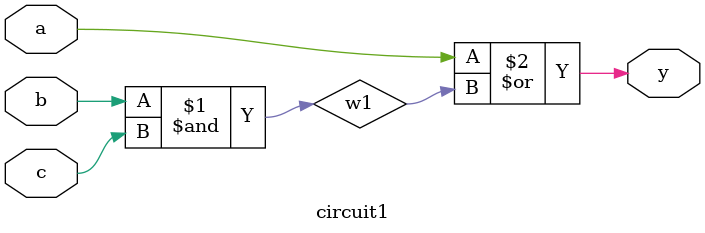
<source format=v>
module circuit1 (y, a, b, c);
	input a, b, c;
    	output y;
    	wire w1;
    	and (w1, b, c);   
    	or  (y, a, w1); 
endmodule

</source>
